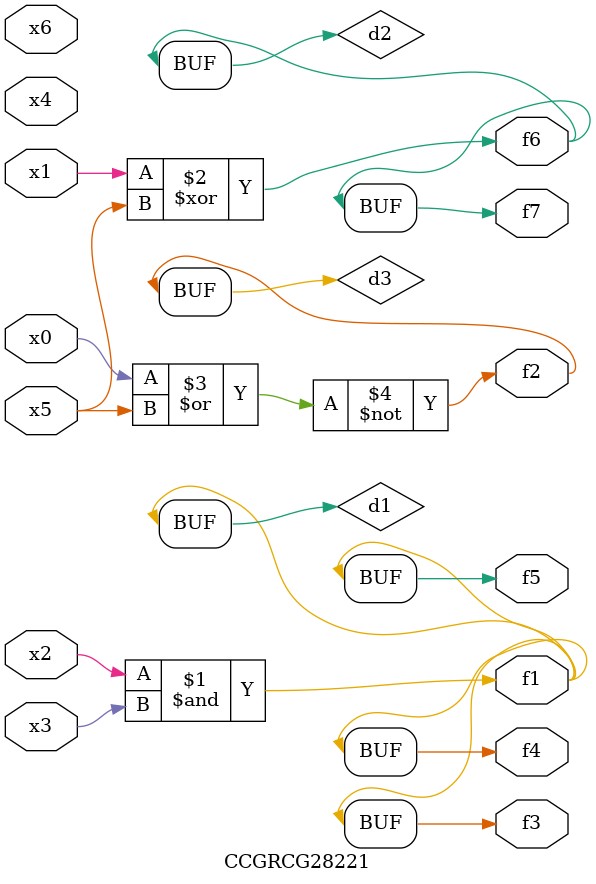
<source format=v>
module CCGRCG28221(
	input x0, x1, x2, x3, x4, x5, x6,
	output f1, f2, f3, f4, f5, f6, f7
);

	wire d1, d2, d3;

	and (d1, x2, x3);
	xor (d2, x1, x5);
	nor (d3, x0, x5);
	assign f1 = d1;
	assign f2 = d3;
	assign f3 = d1;
	assign f4 = d1;
	assign f5 = d1;
	assign f6 = d2;
	assign f7 = d2;
endmodule

</source>
